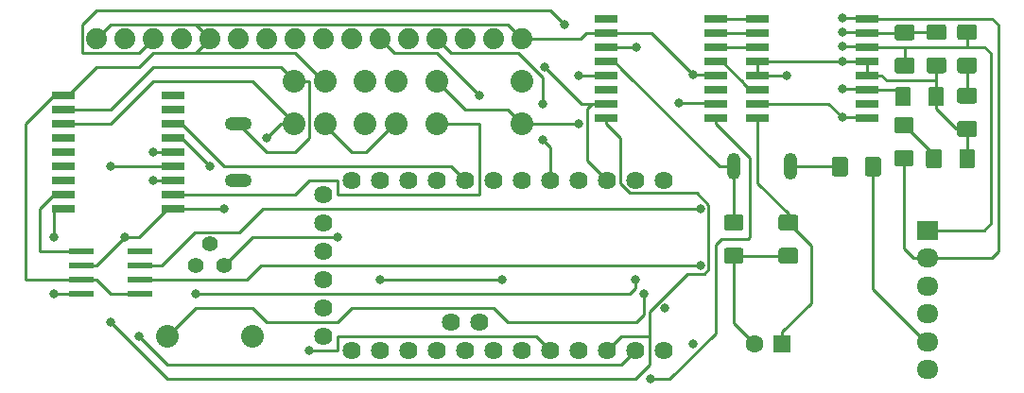
<source format=gbl>
G04 #@! TF.GenerationSoftware,KiCad,Pcbnew,(5.0.0)*
G04 #@! TF.CreationDate,2018-10-11T21:25:17+02:00*
G04 #@! TF.ProjectId,canbus,63616E6275732E6B696361645F706362,rev?*
G04 #@! TF.SameCoordinates,Original*
G04 #@! TF.FileFunction,Copper,L2,Bot,Signal*
G04 #@! TF.FilePolarity,Positive*
%FSLAX46Y46*%
G04 Gerber Fmt 4.6, Leading zero omitted, Abs format (unit mm)*
G04 Created by KiCad (PCBNEW (5.0.0)) date 10/11/18 21:25:17*
%MOMM*%
%LPD*%
G01*
G04 APERTURE LIST*
G04 #@! TA.AperFunction,ComponentPad*
%ADD10O,1.219200X2.438400*%
G04 #@! TD*
G04 #@! TA.AperFunction,ComponentPad*
%ADD11C,2.032000*%
G04 #@! TD*
G04 #@! TA.AperFunction,ComponentPad*
%ADD12C,1.625600*%
G04 #@! TD*
G04 #@! TA.AperFunction,Conductor*
%ADD13C,0.100000*%
G04 #@! TD*
G04 #@! TA.AperFunction,SMDPad,CuDef*
%ADD14C,1.425000*%
G04 #@! TD*
G04 #@! TA.AperFunction,ComponentPad*
%ADD15O,1.950000X1.700000*%
G04 #@! TD*
G04 #@! TA.AperFunction,ComponentPad*
%ADD16R,1.950000X1.700000*%
G04 #@! TD*
G04 #@! TA.AperFunction,ComponentPad*
%ADD17R,1.600000X1.600000*%
G04 #@! TD*
G04 #@! TA.AperFunction,ComponentPad*
%ADD18C,1.600000*%
G04 #@! TD*
G04 #@! TA.AperFunction,ComponentPad*
%ADD19O,2.438400X1.219200*%
G04 #@! TD*
G04 #@! TA.AperFunction,SMDPad,CuDef*
%ADD20R,2.032000X0.660400*%
G04 #@! TD*
G04 #@! TA.AperFunction,ComponentPad*
%ADD21C,1.879600*%
G04 #@! TD*
G04 #@! TA.AperFunction,ComponentPad*
%ADD22C,1.422400*%
G04 #@! TD*
G04 #@! TA.AperFunction,SMDPad,CuDef*
%ADD23R,2.209800X0.609600*%
G04 #@! TD*
G04 #@! TA.AperFunction,ViaPad*
%ADD24C,0.800000*%
G04 #@! TD*
G04 #@! TA.AperFunction,Conductor*
%ADD25C,0.250000*%
G04 #@! TD*
G04 APERTURE END LIST*
D10*
G04 #@! TO.P,VQ2,1*
G04 #@! TO.N,Net-(C12-Pad2)*
X178257200Y-101600000D03*
G04 #@! TO.P,VQ2,2*
G04 #@! TO.N,Net-(C11-Pad2)*
X173177200Y-101600000D03*
G04 #@! TD*
D11*
G04 #@! TO.P,R1,P$2*
G04 #@! TO.N,VCC*
X154236100Y-97743600D03*
G04 #@! TO.P,R1,P$1*
G04 #@! TO.N,Net-(IC1-Pad17)*
X146616100Y-97743600D03*
G04 #@! TD*
G04 #@! TO.P,R3,P$1*
G04 #@! TO.N,VCC*
X146616100Y-93933600D03*
G04 #@! TO.P,R3,P$2*
G04 #@! TO.N,Net-(IC1-Pad12)*
X154236100Y-93933600D03*
G04 #@! TD*
G04 #@! TO.P,C1,2*
G04 #@! TO.N,GND*
X142918100Y-97743600D03*
G04 #@! TO.P,C1,1*
G04 #@! TO.N,VCC*
X140124100Y-97743600D03*
G04 #@! TD*
G04 #@! TO.P,C2,1*
G04 #@! TO.N,Net-(C2-Pad1)*
X133774100Y-93933600D03*
G04 #@! TO.P,C2,2*
G04 #@! TO.N,GND*
X136568100Y-93933600D03*
G04 #@! TD*
G04 #@! TO.P,C3,2*
G04 #@! TO.N,GND*
X136568100Y-97743600D03*
G04 #@! TO.P,C3,1*
G04 #@! TO.N,Net-(C3-Pad1)*
X133774100Y-97743600D03*
G04 #@! TD*
G04 #@! TO.P,C4,1*
G04 #@! TO.N,VCC*
X140124100Y-93933600D03*
G04 #@! TO.P,C4,2*
G04 #@! TO.N,GND*
X142918100Y-93933600D03*
G04 #@! TD*
D12*
G04 #@! TO.P,U$2,D10*
G04 #@! TO.N,Net-(IC1-Pad16)*
X166921100Y-118063600D03*
G04 #@! TO.P,U$2,D11*
G04 #@! TO.N,/MOSI*
X164381100Y-118063600D03*
G04 #@! TO.P,U$2,D12*
G04 #@! TO.N,/MISO*
X161841100Y-118063600D03*
G04 #@! TO.P,U$2,D13*
G04 #@! TO.N,/SCLK*
X159301100Y-118063600D03*
G04 #@! TO.P,U$2,A0*
G04 #@! TO.N,/E*
X156761100Y-118063600D03*
G04 #@! TO.P,U$2,A1*
G04 #@! TO.N,Net-(U$2-PadA1)*
X154221100Y-118063600D03*
G04 #@! TO.P,U$2,A2*
G04 #@! TO.N,Net-(U$2-PadA2)*
X151681100Y-118063600D03*
G04 #@! TO.P,U$2,A4*
G04 #@! TO.N,Net-(U$2-PadA4)*
X150411100Y-115523600D03*
G04 #@! TO.P,U$2,A3*
G04 #@! TO.N,Net-(U$2-PadA3)*
X149141100Y-118063600D03*
G04 #@! TO.P,U$2,A5*
G04 #@! TO.N,Net-(U$2-PadA5)*
X147871100Y-115523600D03*
G04 #@! TO.P,U$2,VCC1*
G04 #@! TO.N,VCC*
X146601100Y-118063600D03*
G04 #@! TO.P,U$2,RST1*
G04 #@! TO.N,Net-(U$2-PadRST1)*
X144061100Y-118063600D03*
G04 #@! TO.P,U$2,GND1*
G04 #@! TO.N,GND*
X141521100Y-118063600D03*
G04 #@! TO.P,U$2,RAW*
G04 #@! TO.N,/+12V*
X138981100Y-118063600D03*
G04 #@! TO.P,U$2,GRN*
G04 #@! TO.N,Net-(U$2-PadGRN)*
X136441100Y-116793600D03*
G04 #@! TO.P,U$2,TXO2*
G04 #@! TO.N,N/C*
X136441100Y-114253600D03*
G04 #@! TO.P,U$2,RXI2*
X136441100Y-111713600D03*
G04 #@! TO.P,U$2,VCC2*
X136441100Y-109173600D03*
G04 #@! TO.P,U$2,GND3*
X136441100Y-106633600D03*
G04 #@! TO.P,U$2,BLK*
X136441100Y-104093600D03*
G04 #@! TO.P,U$2,TXO*
G04 #@! TO.N,Net-(U$2-PadTXO)*
X138981100Y-102823600D03*
G04 #@! TO.P,U$2,RXI*
G04 #@! TO.N,Net-(U$2-PadRXI)*
X141521100Y-102823600D03*
G04 #@! TO.P,U$2,RST2*
G04 #@! TO.N,N/C*
X144061100Y-102823600D03*
G04 #@! TO.P,U$2,GND2*
X146601100Y-102823600D03*
G04 #@! TO.P,U$2,D2*
G04 #@! TO.N,Net-(IC1-Pad12)*
X149141100Y-102823600D03*
G04 #@! TO.P,U$2,D3*
G04 #@! TO.N,/DB4*
X151681100Y-102823600D03*
G04 #@! TO.P,U$2,D4*
G04 #@! TO.N,/DB5*
X154221100Y-102823600D03*
G04 #@! TO.P,U$2,D5*
G04 #@! TO.N,/DB6*
X156761100Y-102823600D03*
G04 #@! TO.P,U$2,D6*
G04 #@! TO.N,/VO*
X159301100Y-102823600D03*
G04 #@! TO.P,U$2,D7*
G04 #@! TO.N,/CS_VAN*
X161841100Y-102823600D03*
G04 #@! TO.P,U$2,D8*
G04 #@! TO.N,/RS*
X164381100Y-102823600D03*
G04 #@! TO.P,U$2,D9*
G04 #@! TO.N,Net-(R2-PadP$1)*
X166921100Y-102823600D03*
G04 #@! TD*
D13*
G04 #@! TO.N,GND*
G04 #@! TO.C,C15*
G36*
X178703504Y-108878604D02*
X178727773Y-108882204D01*
X178751571Y-108888165D01*
X178774671Y-108896430D01*
X178796849Y-108906920D01*
X178817893Y-108919533D01*
X178837598Y-108934147D01*
X178855777Y-108950623D01*
X178872253Y-108968802D01*
X178886867Y-108988507D01*
X178899480Y-109009551D01*
X178909970Y-109031729D01*
X178918235Y-109054829D01*
X178924196Y-109078627D01*
X178927796Y-109102896D01*
X178929000Y-109127400D01*
X178929000Y-110052400D01*
X178927796Y-110076904D01*
X178924196Y-110101173D01*
X178918235Y-110124971D01*
X178909970Y-110148071D01*
X178899480Y-110170249D01*
X178886867Y-110191293D01*
X178872253Y-110210998D01*
X178855777Y-110229177D01*
X178837598Y-110245653D01*
X178817893Y-110260267D01*
X178796849Y-110272880D01*
X178774671Y-110283370D01*
X178751571Y-110291635D01*
X178727773Y-110297596D01*
X178703504Y-110301196D01*
X178679000Y-110302400D01*
X177429000Y-110302400D01*
X177404496Y-110301196D01*
X177380227Y-110297596D01*
X177356429Y-110291635D01*
X177333329Y-110283370D01*
X177311151Y-110272880D01*
X177290107Y-110260267D01*
X177270402Y-110245653D01*
X177252223Y-110229177D01*
X177235747Y-110210998D01*
X177221133Y-110191293D01*
X177208520Y-110170249D01*
X177198030Y-110148071D01*
X177189765Y-110124971D01*
X177183804Y-110101173D01*
X177180204Y-110076904D01*
X177179000Y-110052400D01*
X177179000Y-109127400D01*
X177180204Y-109102896D01*
X177183804Y-109078627D01*
X177189765Y-109054829D01*
X177198030Y-109031729D01*
X177208520Y-109009551D01*
X177221133Y-108988507D01*
X177235747Y-108968802D01*
X177252223Y-108950623D01*
X177270402Y-108934147D01*
X177290107Y-108919533D01*
X177311151Y-108906920D01*
X177333329Y-108896430D01*
X177356429Y-108888165D01*
X177380227Y-108882204D01*
X177404496Y-108878604D01*
X177429000Y-108877400D01*
X178679000Y-108877400D01*
X178703504Y-108878604D01*
X178703504Y-108878604D01*
G37*
D14*
G04 #@! TD*
G04 #@! TO.P,C15,2*
G04 #@! TO.N,GND*
X178054000Y-109589900D03*
D13*
G04 #@! TO.N,Net-(C14-Pad1)*
G04 #@! TO.C,C15*
G36*
X178703504Y-105903604D02*
X178727773Y-105907204D01*
X178751571Y-105913165D01*
X178774671Y-105921430D01*
X178796849Y-105931920D01*
X178817893Y-105944533D01*
X178837598Y-105959147D01*
X178855777Y-105975623D01*
X178872253Y-105993802D01*
X178886867Y-106013507D01*
X178899480Y-106034551D01*
X178909970Y-106056729D01*
X178918235Y-106079829D01*
X178924196Y-106103627D01*
X178927796Y-106127896D01*
X178929000Y-106152400D01*
X178929000Y-107077400D01*
X178927796Y-107101904D01*
X178924196Y-107126173D01*
X178918235Y-107149971D01*
X178909970Y-107173071D01*
X178899480Y-107195249D01*
X178886867Y-107216293D01*
X178872253Y-107235998D01*
X178855777Y-107254177D01*
X178837598Y-107270653D01*
X178817893Y-107285267D01*
X178796849Y-107297880D01*
X178774671Y-107308370D01*
X178751571Y-107316635D01*
X178727773Y-107322596D01*
X178703504Y-107326196D01*
X178679000Y-107327400D01*
X177429000Y-107327400D01*
X177404496Y-107326196D01*
X177380227Y-107322596D01*
X177356429Y-107316635D01*
X177333329Y-107308370D01*
X177311151Y-107297880D01*
X177290107Y-107285267D01*
X177270402Y-107270653D01*
X177252223Y-107254177D01*
X177235747Y-107235998D01*
X177221133Y-107216293D01*
X177208520Y-107195249D01*
X177198030Y-107173071D01*
X177189765Y-107149971D01*
X177183804Y-107126173D01*
X177180204Y-107101904D01*
X177179000Y-107077400D01*
X177179000Y-106152400D01*
X177180204Y-106127896D01*
X177183804Y-106103627D01*
X177189765Y-106079829D01*
X177198030Y-106056729D01*
X177208520Y-106034551D01*
X177221133Y-106013507D01*
X177235747Y-105993802D01*
X177252223Y-105975623D01*
X177270402Y-105959147D01*
X177290107Y-105944533D01*
X177311151Y-105931920D01*
X177333329Y-105921430D01*
X177356429Y-105913165D01*
X177380227Y-105907204D01*
X177404496Y-105903604D01*
X177429000Y-105902400D01*
X178679000Y-105902400D01*
X178703504Y-105903604D01*
X178703504Y-105903604D01*
G37*
D14*
G04 #@! TD*
G04 #@! TO.P,C15,1*
G04 #@! TO.N,Net-(C14-Pad1)*
X178054000Y-106614900D03*
D15*
G04 #@! TO.P,J2,6*
G04 #@! TO.N,/+12V*
X190500000Y-119815000D03*
G04 #@! TO.P,J2,5*
G04 #@! TO.N,GND*
X190500000Y-117315000D03*
G04 #@! TO.P,J2,4*
G04 #@! TO.N,/CANH*
X190500000Y-114815000D03*
G04 #@! TO.P,J2,3*
G04 #@! TO.N,/CANL*
X190500000Y-112315000D03*
G04 #@! TO.P,J2,2*
G04 #@! TO.N,/DATA*
X190500000Y-109815000D03*
D16*
G04 #@! TO.P,J2,1*
G04 #@! TO.N,/DATAB*
X190500000Y-107315000D03*
G04 #@! TD*
D17*
G04 #@! TO.P,C14,1*
G04 #@! TO.N,Net-(C14-Pad1)*
X177495200Y-117449600D03*
D18*
G04 #@! TO.P,C14,2*
G04 #@! TO.N,GND*
X174995200Y-117449600D03*
G04 #@! TD*
D13*
G04 #@! TO.N,Net-(C13-Pad1)*
G04 #@! TO.C,C13*
G36*
X194705504Y-94524404D02*
X194729773Y-94528004D01*
X194753571Y-94533965D01*
X194776671Y-94542230D01*
X194798849Y-94552720D01*
X194819893Y-94565333D01*
X194839598Y-94579947D01*
X194857777Y-94596423D01*
X194874253Y-94614602D01*
X194888867Y-94634307D01*
X194901480Y-94655351D01*
X194911970Y-94677529D01*
X194920235Y-94700629D01*
X194926196Y-94724427D01*
X194929796Y-94748696D01*
X194931000Y-94773200D01*
X194931000Y-95698200D01*
X194929796Y-95722704D01*
X194926196Y-95746973D01*
X194920235Y-95770771D01*
X194911970Y-95793871D01*
X194901480Y-95816049D01*
X194888867Y-95837093D01*
X194874253Y-95856798D01*
X194857777Y-95874977D01*
X194839598Y-95891453D01*
X194819893Y-95906067D01*
X194798849Y-95918680D01*
X194776671Y-95929170D01*
X194753571Y-95937435D01*
X194729773Y-95943396D01*
X194705504Y-95946996D01*
X194681000Y-95948200D01*
X193431000Y-95948200D01*
X193406496Y-95946996D01*
X193382227Y-95943396D01*
X193358429Y-95937435D01*
X193335329Y-95929170D01*
X193313151Y-95918680D01*
X193292107Y-95906067D01*
X193272402Y-95891453D01*
X193254223Y-95874977D01*
X193237747Y-95856798D01*
X193223133Y-95837093D01*
X193210520Y-95816049D01*
X193200030Y-95793871D01*
X193191765Y-95770771D01*
X193185804Y-95746973D01*
X193182204Y-95722704D01*
X193181000Y-95698200D01*
X193181000Y-94773200D01*
X193182204Y-94748696D01*
X193185804Y-94724427D01*
X193191765Y-94700629D01*
X193200030Y-94677529D01*
X193210520Y-94655351D01*
X193223133Y-94634307D01*
X193237747Y-94614602D01*
X193254223Y-94596423D01*
X193272402Y-94579947D01*
X193292107Y-94565333D01*
X193313151Y-94552720D01*
X193335329Y-94542230D01*
X193358429Y-94533965D01*
X193382227Y-94528004D01*
X193406496Y-94524404D01*
X193431000Y-94523200D01*
X194681000Y-94523200D01*
X194705504Y-94524404D01*
X194705504Y-94524404D01*
G37*
D14*
G04 #@! TD*
G04 #@! TO.P,C13,1*
G04 #@! TO.N,Net-(C13-Pad1)*
X194056000Y-95235700D03*
D13*
G04 #@! TO.N,GND*
G04 #@! TO.C,C13*
G36*
X194705504Y-97499404D02*
X194729773Y-97503004D01*
X194753571Y-97508965D01*
X194776671Y-97517230D01*
X194798849Y-97527720D01*
X194819893Y-97540333D01*
X194839598Y-97554947D01*
X194857777Y-97571423D01*
X194874253Y-97589602D01*
X194888867Y-97609307D01*
X194901480Y-97630351D01*
X194911970Y-97652529D01*
X194920235Y-97675629D01*
X194926196Y-97699427D01*
X194929796Y-97723696D01*
X194931000Y-97748200D01*
X194931000Y-98673200D01*
X194929796Y-98697704D01*
X194926196Y-98721973D01*
X194920235Y-98745771D01*
X194911970Y-98768871D01*
X194901480Y-98791049D01*
X194888867Y-98812093D01*
X194874253Y-98831798D01*
X194857777Y-98849977D01*
X194839598Y-98866453D01*
X194819893Y-98881067D01*
X194798849Y-98893680D01*
X194776671Y-98904170D01*
X194753571Y-98912435D01*
X194729773Y-98918396D01*
X194705504Y-98921996D01*
X194681000Y-98923200D01*
X193431000Y-98923200D01*
X193406496Y-98921996D01*
X193382227Y-98918396D01*
X193358429Y-98912435D01*
X193335329Y-98904170D01*
X193313151Y-98893680D01*
X193292107Y-98881067D01*
X193272402Y-98866453D01*
X193254223Y-98849977D01*
X193237747Y-98831798D01*
X193223133Y-98812093D01*
X193210520Y-98791049D01*
X193200030Y-98768871D01*
X193191765Y-98745771D01*
X193185804Y-98721973D01*
X193182204Y-98697704D01*
X193181000Y-98673200D01*
X193181000Y-97748200D01*
X193182204Y-97723696D01*
X193185804Y-97699427D01*
X193191765Y-97675629D01*
X193200030Y-97652529D01*
X193210520Y-97630351D01*
X193223133Y-97609307D01*
X193237747Y-97589602D01*
X193254223Y-97571423D01*
X193272402Y-97554947D01*
X193292107Y-97540333D01*
X193313151Y-97527720D01*
X193335329Y-97517230D01*
X193358429Y-97508965D01*
X193382227Y-97503004D01*
X193406496Y-97499404D01*
X193431000Y-97498200D01*
X194681000Y-97498200D01*
X194705504Y-97499404D01*
X194705504Y-97499404D01*
G37*
D14*
G04 #@! TD*
G04 #@! TO.P,C13,2*
G04 #@! TO.N,GND*
X194056000Y-98210700D03*
D13*
G04 #@! TO.N,Net-(C11-Pad2)*
G04 #@! TO.C,C11*
G36*
X173826704Y-105903604D02*
X173850973Y-105907204D01*
X173874771Y-105913165D01*
X173897871Y-105921430D01*
X173920049Y-105931920D01*
X173941093Y-105944533D01*
X173960798Y-105959147D01*
X173978977Y-105975623D01*
X173995453Y-105993802D01*
X174010067Y-106013507D01*
X174022680Y-106034551D01*
X174033170Y-106056729D01*
X174041435Y-106079829D01*
X174047396Y-106103627D01*
X174050996Y-106127896D01*
X174052200Y-106152400D01*
X174052200Y-107077400D01*
X174050996Y-107101904D01*
X174047396Y-107126173D01*
X174041435Y-107149971D01*
X174033170Y-107173071D01*
X174022680Y-107195249D01*
X174010067Y-107216293D01*
X173995453Y-107235998D01*
X173978977Y-107254177D01*
X173960798Y-107270653D01*
X173941093Y-107285267D01*
X173920049Y-107297880D01*
X173897871Y-107308370D01*
X173874771Y-107316635D01*
X173850973Y-107322596D01*
X173826704Y-107326196D01*
X173802200Y-107327400D01*
X172552200Y-107327400D01*
X172527696Y-107326196D01*
X172503427Y-107322596D01*
X172479629Y-107316635D01*
X172456529Y-107308370D01*
X172434351Y-107297880D01*
X172413307Y-107285267D01*
X172393602Y-107270653D01*
X172375423Y-107254177D01*
X172358947Y-107235998D01*
X172344333Y-107216293D01*
X172331720Y-107195249D01*
X172321230Y-107173071D01*
X172312965Y-107149971D01*
X172307004Y-107126173D01*
X172303404Y-107101904D01*
X172302200Y-107077400D01*
X172302200Y-106152400D01*
X172303404Y-106127896D01*
X172307004Y-106103627D01*
X172312965Y-106079829D01*
X172321230Y-106056729D01*
X172331720Y-106034551D01*
X172344333Y-106013507D01*
X172358947Y-105993802D01*
X172375423Y-105975623D01*
X172393602Y-105959147D01*
X172413307Y-105944533D01*
X172434351Y-105931920D01*
X172456529Y-105921430D01*
X172479629Y-105913165D01*
X172503427Y-105907204D01*
X172527696Y-105903604D01*
X172552200Y-105902400D01*
X173802200Y-105902400D01*
X173826704Y-105903604D01*
X173826704Y-105903604D01*
G37*
D14*
G04 #@! TD*
G04 #@! TO.P,C11,2*
G04 #@! TO.N,Net-(C11-Pad2)*
X173177200Y-106614900D03*
D13*
G04 #@! TO.N,GND*
G04 #@! TO.C,C11*
G36*
X173826704Y-108878604D02*
X173850973Y-108882204D01*
X173874771Y-108888165D01*
X173897871Y-108896430D01*
X173920049Y-108906920D01*
X173941093Y-108919533D01*
X173960798Y-108934147D01*
X173978977Y-108950623D01*
X173995453Y-108968802D01*
X174010067Y-108988507D01*
X174022680Y-109009551D01*
X174033170Y-109031729D01*
X174041435Y-109054829D01*
X174047396Y-109078627D01*
X174050996Y-109102896D01*
X174052200Y-109127400D01*
X174052200Y-110052400D01*
X174050996Y-110076904D01*
X174047396Y-110101173D01*
X174041435Y-110124971D01*
X174033170Y-110148071D01*
X174022680Y-110170249D01*
X174010067Y-110191293D01*
X173995453Y-110210998D01*
X173978977Y-110229177D01*
X173960798Y-110245653D01*
X173941093Y-110260267D01*
X173920049Y-110272880D01*
X173897871Y-110283370D01*
X173874771Y-110291635D01*
X173850973Y-110297596D01*
X173826704Y-110301196D01*
X173802200Y-110302400D01*
X172552200Y-110302400D01*
X172527696Y-110301196D01*
X172503427Y-110297596D01*
X172479629Y-110291635D01*
X172456529Y-110283370D01*
X172434351Y-110272880D01*
X172413307Y-110260267D01*
X172393602Y-110245653D01*
X172375423Y-110229177D01*
X172358947Y-110210998D01*
X172344333Y-110191293D01*
X172331720Y-110170249D01*
X172321230Y-110148071D01*
X172312965Y-110124971D01*
X172307004Y-110101173D01*
X172303404Y-110076904D01*
X172302200Y-110052400D01*
X172302200Y-109127400D01*
X172303404Y-109102896D01*
X172307004Y-109078627D01*
X172312965Y-109054829D01*
X172321230Y-109031729D01*
X172331720Y-109009551D01*
X172344333Y-108988507D01*
X172358947Y-108968802D01*
X172375423Y-108950623D01*
X172393602Y-108934147D01*
X172413307Y-108919533D01*
X172434351Y-108906920D01*
X172456529Y-108896430D01*
X172479629Y-108888165D01*
X172503427Y-108882204D01*
X172527696Y-108878604D01*
X172552200Y-108877400D01*
X173802200Y-108877400D01*
X173826704Y-108878604D01*
X173826704Y-108878604D01*
G37*
D14*
G04 #@! TD*
G04 #@! TO.P,C11,1*
G04 #@! TO.N,GND*
X173177200Y-109589900D03*
D13*
G04 #@! TO.N,GND*
G04 #@! TO.C,C12*
G36*
X186124504Y-100726204D02*
X186148773Y-100729804D01*
X186172571Y-100735765D01*
X186195671Y-100744030D01*
X186217849Y-100754520D01*
X186238893Y-100767133D01*
X186258598Y-100781747D01*
X186276777Y-100798223D01*
X186293253Y-100816402D01*
X186307867Y-100836107D01*
X186320480Y-100857151D01*
X186330970Y-100879329D01*
X186339235Y-100902429D01*
X186345196Y-100926227D01*
X186348796Y-100950496D01*
X186350000Y-100975000D01*
X186350000Y-102225000D01*
X186348796Y-102249504D01*
X186345196Y-102273773D01*
X186339235Y-102297571D01*
X186330970Y-102320671D01*
X186320480Y-102342849D01*
X186307867Y-102363893D01*
X186293253Y-102383598D01*
X186276777Y-102401777D01*
X186258598Y-102418253D01*
X186238893Y-102432867D01*
X186217849Y-102445480D01*
X186195671Y-102455970D01*
X186172571Y-102464235D01*
X186148773Y-102470196D01*
X186124504Y-102473796D01*
X186100000Y-102475000D01*
X185175000Y-102475000D01*
X185150496Y-102473796D01*
X185126227Y-102470196D01*
X185102429Y-102464235D01*
X185079329Y-102455970D01*
X185057151Y-102445480D01*
X185036107Y-102432867D01*
X185016402Y-102418253D01*
X184998223Y-102401777D01*
X184981747Y-102383598D01*
X184967133Y-102363893D01*
X184954520Y-102342849D01*
X184944030Y-102320671D01*
X184935765Y-102297571D01*
X184929804Y-102273773D01*
X184926204Y-102249504D01*
X184925000Y-102225000D01*
X184925000Y-100975000D01*
X184926204Y-100950496D01*
X184929804Y-100926227D01*
X184935765Y-100902429D01*
X184944030Y-100879329D01*
X184954520Y-100857151D01*
X184967133Y-100836107D01*
X184981747Y-100816402D01*
X184998223Y-100798223D01*
X185016402Y-100781747D01*
X185036107Y-100767133D01*
X185057151Y-100754520D01*
X185079329Y-100744030D01*
X185102429Y-100735765D01*
X185126227Y-100729804D01*
X185150496Y-100726204D01*
X185175000Y-100725000D01*
X186100000Y-100725000D01*
X186124504Y-100726204D01*
X186124504Y-100726204D01*
G37*
D14*
G04 #@! TD*
G04 #@! TO.P,C12,1*
G04 #@! TO.N,GND*
X185637500Y-101600000D03*
D13*
G04 #@! TO.N,Net-(C12-Pad2)*
G04 #@! TO.C,C12*
G36*
X183149504Y-100726204D02*
X183173773Y-100729804D01*
X183197571Y-100735765D01*
X183220671Y-100744030D01*
X183242849Y-100754520D01*
X183263893Y-100767133D01*
X183283598Y-100781747D01*
X183301777Y-100798223D01*
X183318253Y-100816402D01*
X183332867Y-100836107D01*
X183345480Y-100857151D01*
X183355970Y-100879329D01*
X183364235Y-100902429D01*
X183370196Y-100926227D01*
X183373796Y-100950496D01*
X183375000Y-100975000D01*
X183375000Y-102225000D01*
X183373796Y-102249504D01*
X183370196Y-102273773D01*
X183364235Y-102297571D01*
X183355970Y-102320671D01*
X183345480Y-102342849D01*
X183332867Y-102363893D01*
X183318253Y-102383598D01*
X183301777Y-102401777D01*
X183283598Y-102418253D01*
X183263893Y-102432867D01*
X183242849Y-102445480D01*
X183220671Y-102455970D01*
X183197571Y-102464235D01*
X183173773Y-102470196D01*
X183149504Y-102473796D01*
X183125000Y-102475000D01*
X182200000Y-102475000D01*
X182175496Y-102473796D01*
X182151227Y-102470196D01*
X182127429Y-102464235D01*
X182104329Y-102455970D01*
X182082151Y-102445480D01*
X182061107Y-102432867D01*
X182041402Y-102418253D01*
X182023223Y-102401777D01*
X182006747Y-102383598D01*
X181992133Y-102363893D01*
X181979520Y-102342849D01*
X181969030Y-102320671D01*
X181960765Y-102297571D01*
X181954804Y-102273773D01*
X181951204Y-102249504D01*
X181950000Y-102225000D01*
X181950000Y-100975000D01*
X181951204Y-100950496D01*
X181954804Y-100926227D01*
X181960765Y-100902429D01*
X181969030Y-100879329D01*
X181979520Y-100857151D01*
X181992133Y-100836107D01*
X182006747Y-100816402D01*
X182023223Y-100798223D01*
X182041402Y-100781747D01*
X182061107Y-100767133D01*
X182082151Y-100754520D01*
X182104329Y-100744030D01*
X182127429Y-100735765D01*
X182151227Y-100729804D01*
X182175496Y-100726204D01*
X182200000Y-100725000D01*
X183125000Y-100725000D01*
X183149504Y-100726204D01*
X183149504Y-100726204D01*
G37*
D14*
G04 #@! TD*
G04 #@! TO.P,C12,2*
G04 #@! TO.N,Net-(C12-Pad2)*
X182662500Y-101600000D03*
D13*
G04 #@! TO.N,Net-(C9-Pad2)*
G04 #@! TO.C,C9*
G36*
X191582304Y-100015004D02*
X191606573Y-100018604D01*
X191630371Y-100024565D01*
X191653471Y-100032830D01*
X191675649Y-100043320D01*
X191696693Y-100055933D01*
X191716398Y-100070547D01*
X191734577Y-100087023D01*
X191751053Y-100105202D01*
X191765667Y-100124907D01*
X191778280Y-100145951D01*
X191788770Y-100168129D01*
X191797035Y-100191229D01*
X191802996Y-100215027D01*
X191806596Y-100239296D01*
X191807800Y-100263800D01*
X191807800Y-101513800D01*
X191806596Y-101538304D01*
X191802996Y-101562573D01*
X191797035Y-101586371D01*
X191788770Y-101609471D01*
X191778280Y-101631649D01*
X191765667Y-101652693D01*
X191751053Y-101672398D01*
X191734577Y-101690577D01*
X191716398Y-101707053D01*
X191696693Y-101721667D01*
X191675649Y-101734280D01*
X191653471Y-101744770D01*
X191630371Y-101753035D01*
X191606573Y-101758996D01*
X191582304Y-101762596D01*
X191557800Y-101763800D01*
X190632800Y-101763800D01*
X190608296Y-101762596D01*
X190584027Y-101758996D01*
X190560229Y-101753035D01*
X190537129Y-101744770D01*
X190514951Y-101734280D01*
X190493907Y-101721667D01*
X190474202Y-101707053D01*
X190456023Y-101690577D01*
X190439547Y-101672398D01*
X190424933Y-101652693D01*
X190412320Y-101631649D01*
X190401830Y-101609471D01*
X190393565Y-101586371D01*
X190387604Y-101562573D01*
X190384004Y-101538304D01*
X190382800Y-101513800D01*
X190382800Y-100263800D01*
X190384004Y-100239296D01*
X190387604Y-100215027D01*
X190393565Y-100191229D01*
X190401830Y-100168129D01*
X190412320Y-100145951D01*
X190424933Y-100124907D01*
X190439547Y-100105202D01*
X190456023Y-100087023D01*
X190474202Y-100070547D01*
X190493907Y-100055933D01*
X190514951Y-100043320D01*
X190537129Y-100032830D01*
X190560229Y-100024565D01*
X190584027Y-100018604D01*
X190608296Y-100015004D01*
X190632800Y-100013800D01*
X191557800Y-100013800D01*
X191582304Y-100015004D01*
X191582304Y-100015004D01*
G37*
D14*
G04 #@! TD*
G04 #@! TO.P,C9,2*
G04 #@! TO.N,Net-(C9-Pad2)*
X191095300Y-100888800D03*
D13*
G04 #@! TO.N,GND*
G04 #@! TO.C,C9*
G36*
X194557304Y-100015004D02*
X194581573Y-100018604D01*
X194605371Y-100024565D01*
X194628471Y-100032830D01*
X194650649Y-100043320D01*
X194671693Y-100055933D01*
X194691398Y-100070547D01*
X194709577Y-100087023D01*
X194726053Y-100105202D01*
X194740667Y-100124907D01*
X194753280Y-100145951D01*
X194763770Y-100168129D01*
X194772035Y-100191229D01*
X194777996Y-100215027D01*
X194781596Y-100239296D01*
X194782800Y-100263800D01*
X194782800Y-101513800D01*
X194781596Y-101538304D01*
X194777996Y-101562573D01*
X194772035Y-101586371D01*
X194763770Y-101609471D01*
X194753280Y-101631649D01*
X194740667Y-101652693D01*
X194726053Y-101672398D01*
X194709577Y-101690577D01*
X194691398Y-101707053D01*
X194671693Y-101721667D01*
X194650649Y-101734280D01*
X194628471Y-101744770D01*
X194605371Y-101753035D01*
X194581573Y-101758996D01*
X194557304Y-101762596D01*
X194532800Y-101763800D01*
X193607800Y-101763800D01*
X193583296Y-101762596D01*
X193559027Y-101758996D01*
X193535229Y-101753035D01*
X193512129Y-101744770D01*
X193489951Y-101734280D01*
X193468907Y-101721667D01*
X193449202Y-101707053D01*
X193431023Y-101690577D01*
X193414547Y-101672398D01*
X193399933Y-101652693D01*
X193387320Y-101631649D01*
X193376830Y-101609471D01*
X193368565Y-101586371D01*
X193362604Y-101562573D01*
X193359004Y-101538304D01*
X193357800Y-101513800D01*
X193357800Y-100263800D01*
X193359004Y-100239296D01*
X193362604Y-100215027D01*
X193368565Y-100191229D01*
X193376830Y-100168129D01*
X193387320Y-100145951D01*
X193399933Y-100124907D01*
X193414547Y-100105202D01*
X193431023Y-100087023D01*
X193449202Y-100070547D01*
X193468907Y-100055933D01*
X193489951Y-100043320D01*
X193512129Y-100032830D01*
X193535229Y-100024565D01*
X193559027Y-100018604D01*
X193583296Y-100015004D01*
X193607800Y-100013800D01*
X194532800Y-100013800D01*
X194557304Y-100015004D01*
X194557304Y-100015004D01*
G37*
D14*
G04 #@! TD*
G04 #@! TO.P,C9,1*
G04 #@! TO.N,GND*
X194070300Y-100888800D03*
D13*
G04 #@! TO.N,Net-(C10-Pad2)*
G04 #@! TO.C,C10*
G36*
X191962304Y-88834804D02*
X191986573Y-88838404D01*
X192010371Y-88844365D01*
X192033471Y-88852630D01*
X192055649Y-88863120D01*
X192076693Y-88875733D01*
X192096398Y-88890347D01*
X192114577Y-88906823D01*
X192131053Y-88925002D01*
X192145667Y-88944707D01*
X192158280Y-88965751D01*
X192168770Y-88987929D01*
X192177035Y-89011029D01*
X192182996Y-89034827D01*
X192186596Y-89059096D01*
X192187800Y-89083600D01*
X192187800Y-90008600D01*
X192186596Y-90033104D01*
X192182996Y-90057373D01*
X192177035Y-90081171D01*
X192168770Y-90104271D01*
X192158280Y-90126449D01*
X192145667Y-90147493D01*
X192131053Y-90167198D01*
X192114577Y-90185377D01*
X192096398Y-90201853D01*
X192076693Y-90216467D01*
X192055649Y-90229080D01*
X192033471Y-90239570D01*
X192010371Y-90247835D01*
X191986573Y-90253796D01*
X191962304Y-90257396D01*
X191937800Y-90258600D01*
X190687800Y-90258600D01*
X190663296Y-90257396D01*
X190639027Y-90253796D01*
X190615229Y-90247835D01*
X190592129Y-90239570D01*
X190569951Y-90229080D01*
X190548907Y-90216467D01*
X190529202Y-90201853D01*
X190511023Y-90185377D01*
X190494547Y-90167198D01*
X190479933Y-90147493D01*
X190467320Y-90126449D01*
X190456830Y-90104271D01*
X190448565Y-90081171D01*
X190442604Y-90057373D01*
X190439004Y-90033104D01*
X190437800Y-90008600D01*
X190437800Y-89083600D01*
X190439004Y-89059096D01*
X190442604Y-89034827D01*
X190448565Y-89011029D01*
X190456830Y-88987929D01*
X190467320Y-88965751D01*
X190479933Y-88944707D01*
X190494547Y-88925002D01*
X190511023Y-88906823D01*
X190529202Y-88890347D01*
X190548907Y-88875733D01*
X190569951Y-88863120D01*
X190592129Y-88852630D01*
X190615229Y-88844365D01*
X190639027Y-88838404D01*
X190663296Y-88834804D01*
X190687800Y-88833600D01*
X191937800Y-88833600D01*
X191962304Y-88834804D01*
X191962304Y-88834804D01*
G37*
D14*
G04 #@! TD*
G04 #@! TO.P,C10,2*
G04 #@! TO.N,Net-(C10-Pad2)*
X191312800Y-89546100D03*
D13*
G04 #@! TO.N,GND*
G04 #@! TO.C,C10*
G36*
X191962304Y-91809804D02*
X191986573Y-91813404D01*
X192010371Y-91819365D01*
X192033471Y-91827630D01*
X192055649Y-91838120D01*
X192076693Y-91850733D01*
X192096398Y-91865347D01*
X192114577Y-91881823D01*
X192131053Y-91900002D01*
X192145667Y-91919707D01*
X192158280Y-91940751D01*
X192168770Y-91962929D01*
X192177035Y-91986029D01*
X192182996Y-92009827D01*
X192186596Y-92034096D01*
X192187800Y-92058600D01*
X192187800Y-92983600D01*
X192186596Y-93008104D01*
X192182996Y-93032373D01*
X192177035Y-93056171D01*
X192168770Y-93079271D01*
X192158280Y-93101449D01*
X192145667Y-93122493D01*
X192131053Y-93142198D01*
X192114577Y-93160377D01*
X192096398Y-93176853D01*
X192076693Y-93191467D01*
X192055649Y-93204080D01*
X192033471Y-93214570D01*
X192010371Y-93222835D01*
X191986573Y-93228796D01*
X191962304Y-93232396D01*
X191937800Y-93233600D01*
X190687800Y-93233600D01*
X190663296Y-93232396D01*
X190639027Y-93228796D01*
X190615229Y-93222835D01*
X190592129Y-93214570D01*
X190569951Y-93204080D01*
X190548907Y-93191467D01*
X190529202Y-93176853D01*
X190511023Y-93160377D01*
X190494547Y-93142198D01*
X190479933Y-93122493D01*
X190467320Y-93101449D01*
X190456830Y-93079271D01*
X190448565Y-93056171D01*
X190442604Y-93032373D01*
X190439004Y-93008104D01*
X190437800Y-92983600D01*
X190437800Y-92058600D01*
X190439004Y-92034096D01*
X190442604Y-92009827D01*
X190448565Y-91986029D01*
X190456830Y-91962929D01*
X190467320Y-91940751D01*
X190479933Y-91919707D01*
X190494547Y-91900002D01*
X190511023Y-91881823D01*
X190529202Y-91865347D01*
X190548907Y-91850733D01*
X190569951Y-91838120D01*
X190592129Y-91827630D01*
X190615229Y-91819365D01*
X190639027Y-91813404D01*
X190663296Y-91809804D01*
X190687800Y-91808600D01*
X191937800Y-91808600D01*
X191962304Y-91809804D01*
X191962304Y-91809804D01*
G37*
D14*
G04 #@! TD*
G04 #@! TO.P,C10,1*
G04 #@! TO.N,GND*
X191312800Y-92521100D03*
D19*
G04 #@! TO.P,Q1,2*
G04 #@! TO.N,Net-(C2-Pad1)*
X128821100Y-97743600D03*
G04 #@! TO.P,Q1,1*
G04 #@! TO.N,Net-(C3-Pad1)*
X128821100Y-102823600D03*
G04 #@! TD*
D20*
G04 #@! TO.P,IC1,9*
G04 #@! TO.N,GND*
X113123900Y-95203600D03*
G04 #@! TO.P,IC1,10*
G04 #@! TO.N,Net-(IC1-Pad10)*
X122928300Y-95203600D03*
G04 #@! TO.P,IC1,18*
G04 #@! TO.N,VCC*
X122928300Y-105363600D03*
G04 #@! TO.P,IC1,17*
G04 #@! TO.N,Net-(IC1-Pad17)*
X122928300Y-104093600D03*
G04 #@! TO.P,IC1,16*
G04 #@! TO.N,Net-(IC1-Pad16)*
X122928300Y-102823600D03*
G04 #@! TO.P,IC1,15*
G04 #@! TO.N,/MISO*
X122928300Y-101553600D03*
G04 #@! TO.P,IC1,14*
G04 #@! TO.N,/MOSI*
X122928300Y-100283600D03*
G04 #@! TO.P,IC1,13*
G04 #@! TO.N,/SCLK*
X122928300Y-99013600D03*
G04 #@! TO.P,IC1,12*
G04 #@! TO.N,Net-(IC1-Pad12)*
X122928300Y-97743600D03*
G04 #@! TO.P,IC1,11*
G04 #@! TO.N,Net-(IC1-Pad11)*
X122928300Y-96473600D03*
G04 #@! TO.P,IC1,8*
G04 #@! TO.N,Net-(C2-Pad1)*
X113123900Y-96473600D03*
G04 #@! TO.P,IC1,7*
G04 #@! TO.N,Net-(C3-Pad1)*
X113123900Y-97743600D03*
G04 #@! TO.P,IC1,6*
G04 #@! TO.N,Net-(IC1-Pad6)*
X113123900Y-99013600D03*
G04 #@! TO.P,IC1,5*
G04 #@! TO.N,Net-(IC1-Pad5)*
X113123900Y-100283600D03*
G04 #@! TO.P,IC1,4*
G04 #@! TO.N,Net-(IC1-Pad4)*
X113123900Y-101553600D03*
G04 #@! TO.P,IC1,3*
G04 #@! TO.N,Net-(IC1-Pad3)*
X113123900Y-102823600D03*
G04 #@! TO.P,IC1,2*
G04 #@! TO.N,Net-(IC1-Pad2)*
X113123900Y-104093600D03*
G04 #@! TO.P,IC1,1*
G04 #@! TO.N,Net-(IC1-Pad1)*
X113123900Y-105363600D03*
G04 #@! TD*
D21*
G04 #@! TO.P,LCD1,1*
G04 #@! TO.N,GND*
X116121100Y-90123600D03*
G04 #@! TO.P,LCD1,2*
G04 #@! TO.N,VCC*
X118661100Y-90123600D03*
G04 #@! TO.P,LCD1,3*
G04 #@! TO.N,/VO*
X121201100Y-90123600D03*
G04 #@! TO.P,LCD1,4*
G04 #@! TO.N,/RS*
X123741100Y-90123600D03*
G04 #@! TO.P,LCD1,5*
G04 #@! TO.N,GND*
X126281100Y-90123600D03*
G04 #@! TO.P,LCD1,6*
G04 #@! TO.N,/E*
X128821100Y-90123600D03*
G04 #@! TO.P,LCD1,7*
G04 #@! TO.N,Net-(LCD1-Pad7)*
X131361100Y-90123600D03*
G04 #@! TO.P,LCD1,8*
G04 #@! TO.N,Net-(LCD1-Pad8)*
X133901100Y-90123600D03*
G04 #@! TO.P,LCD1,9*
G04 #@! TO.N,Net-(LCD1-Pad9)*
X136441100Y-90123600D03*
G04 #@! TO.P,LCD1,10*
G04 #@! TO.N,Net-(LCD1-Pad10)*
X138981100Y-90123600D03*
G04 #@! TO.P,LCD1,11*
G04 #@! TO.N,/DB4*
X141521100Y-90123600D03*
G04 #@! TO.P,LCD1,12*
G04 #@! TO.N,/DB5*
X144061100Y-90123600D03*
G04 #@! TO.P,LCD1,13*
G04 #@! TO.N,/DB6*
X146601100Y-90123600D03*
G04 #@! TO.P,LCD1,14*
G04 #@! TO.N,/CS_VAN*
X149141100Y-90123600D03*
G04 #@! TO.P,LCD1,15*
G04 #@! TO.N,/LED+*
X151681100Y-90123600D03*
G04 #@! TO.P,LCD1,16*
G04 #@! TO.N,GND*
X154221100Y-90123600D03*
G04 #@! TD*
D11*
G04 #@! TO.P,R2,P$2*
G04 #@! TO.N,Net-(Q2-Pad2)*
X130091100Y-116793600D03*
G04 #@! TO.P,R2,P$1*
G04 #@! TO.N,Net-(R2-PadP$1)*
X122471100Y-116793600D03*
G04 #@! TD*
D22*
G04 #@! TO.P,Q2,3*
G04 #@! TO.N,VCC*
X127551100Y-110443600D03*
G04 #@! TO.P,Q2,2*
G04 #@! TO.N,Net-(Q2-Pad2)*
X126281100Y-108538600D03*
G04 #@! TO.P,Q2,1*
G04 #@! TO.N,/LED+*
X125011100Y-110443600D03*
G04 #@! TD*
D23*
G04 #@! TO.P,U1,8*
G04 #@! TO.N,GND*
X120007300Y-112983600D03*
G04 #@! TO.P,U1,7*
G04 #@! TO.N,/CANH*
X120007300Y-111713600D03*
G04 #@! TO.P,U1,6*
G04 #@! TO.N,/CANL*
X120007300Y-110443600D03*
G04 #@! TO.P,U1,5*
G04 #@! TO.N,Net-(U1-Pad5)*
X120007300Y-109173600D03*
G04 #@! TO.P,U1,4*
G04 #@! TO.N,Net-(IC1-Pad2)*
X114774900Y-109173600D03*
G04 #@! TO.P,U1,3*
G04 #@! TO.N,VCC*
X114774900Y-110443600D03*
G04 #@! TO.P,U1,2*
G04 #@! TO.N,GND*
X114774900Y-111713600D03*
G04 #@! TO.P,U1,1*
G04 #@! TO.N,Net-(IC1-Pad1)*
X114774900Y-112983600D03*
G04 #@! TD*
D13*
G04 #@! TO.N,Net-(C9-Pad2)*
G04 #@! TO.C,R6*
G36*
X189066704Y-97166004D02*
X189090973Y-97169604D01*
X189114771Y-97175565D01*
X189137871Y-97183830D01*
X189160049Y-97194320D01*
X189181093Y-97206933D01*
X189200798Y-97221547D01*
X189218977Y-97238023D01*
X189235453Y-97256202D01*
X189250067Y-97275907D01*
X189262680Y-97296951D01*
X189273170Y-97319129D01*
X189281435Y-97342229D01*
X189287396Y-97366027D01*
X189290996Y-97390296D01*
X189292200Y-97414800D01*
X189292200Y-98339800D01*
X189290996Y-98364304D01*
X189287396Y-98388573D01*
X189281435Y-98412371D01*
X189273170Y-98435471D01*
X189262680Y-98457649D01*
X189250067Y-98478693D01*
X189235453Y-98498398D01*
X189218977Y-98516577D01*
X189200798Y-98533053D01*
X189181093Y-98547667D01*
X189160049Y-98560280D01*
X189137871Y-98570770D01*
X189114771Y-98579035D01*
X189090973Y-98584996D01*
X189066704Y-98588596D01*
X189042200Y-98589800D01*
X187792200Y-98589800D01*
X187767696Y-98588596D01*
X187743427Y-98584996D01*
X187719629Y-98579035D01*
X187696529Y-98570770D01*
X187674351Y-98560280D01*
X187653307Y-98547667D01*
X187633602Y-98533053D01*
X187615423Y-98516577D01*
X187598947Y-98498398D01*
X187584333Y-98478693D01*
X187571720Y-98457649D01*
X187561230Y-98435471D01*
X187552965Y-98412371D01*
X187547004Y-98388573D01*
X187543404Y-98364304D01*
X187542200Y-98339800D01*
X187542200Y-97414800D01*
X187543404Y-97390296D01*
X187547004Y-97366027D01*
X187552965Y-97342229D01*
X187561230Y-97319129D01*
X187571720Y-97296951D01*
X187584333Y-97275907D01*
X187598947Y-97256202D01*
X187615423Y-97238023D01*
X187633602Y-97221547D01*
X187653307Y-97206933D01*
X187674351Y-97194320D01*
X187696529Y-97183830D01*
X187719629Y-97175565D01*
X187743427Y-97169604D01*
X187767696Y-97166004D01*
X187792200Y-97164800D01*
X189042200Y-97164800D01*
X189066704Y-97166004D01*
X189066704Y-97166004D01*
G37*
D14*
G04 #@! TD*
G04 #@! TO.P,R6,2*
G04 #@! TO.N,Net-(C9-Pad2)*
X188417200Y-97877300D03*
D13*
G04 #@! TO.N,/DATA*
G04 #@! TO.C,R6*
G36*
X189066704Y-100141004D02*
X189090973Y-100144604D01*
X189114771Y-100150565D01*
X189137871Y-100158830D01*
X189160049Y-100169320D01*
X189181093Y-100181933D01*
X189200798Y-100196547D01*
X189218977Y-100213023D01*
X189235453Y-100231202D01*
X189250067Y-100250907D01*
X189262680Y-100271951D01*
X189273170Y-100294129D01*
X189281435Y-100317229D01*
X189287396Y-100341027D01*
X189290996Y-100365296D01*
X189292200Y-100389800D01*
X189292200Y-101314800D01*
X189290996Y-101339304D01*
X189287396Y-101363573D01*
X189281435Y-101387371D01*
X189273170Y-101410471D01*
X189262680Y-101432649D01*
X189250067Y-101453693D01*
X189235453Y-101473398D01*
X189218977Y-101491577D01*
X189200798Y-101508053D01*
X189181093Y-101522667D01*
X189160049Y-101535280D01*
X189137871Y-101545770D01*
X189114771Y-101554035D01*
X189090973Y-101559996D01*
X189066704Y-101563596D01*
X189042200Y-101564800D01*
X187792200Y-101564800D01*
X187767696Y-101563596D01*
X187743427Y-101559996D01*
X187719629Y-101554035D01*
X187696529Y-101545770D01*
X187674351Y-101535280D01*
X187653307Y-101522667D01*
X187633602Y-101508053D01*
X187615423Y-101491577D01*
X187598947Y-101473398D01*
X187584333Y-101453693D01*
X187571720Y-101432649D01*
X187561230Y-101410471D01*
X187552965Y-101387371D01*
X187547004Y-101363573D01*
X187543404Y-101339304D01*
X187542200Y-101314800D01*
X187542200Y-100389800D01*
X187543404Y-100365296D01*
X187547004Y-100341027D01*
X187552965Y-100317229D01*
X187561230Y-100294129D01*
X187571720Y-100271951D01*
X187584333Y-100250907D01*
X187598947Y-100231202D01*
X187615423Y-100213023D01*
X187633602Y-100196547D01*
X187653307Y-100181933D01*
X187674351Y-100169320D01*
X187696529Y-100158830D01*
X187719629Y-100150565D01*
X187743427Y-100144604D01*
X187767696Y-100141004D01*
X187792200Y-100139800D01*
X189042200Y-100139800D01*
X189066704Y-100141004D01*
X189066704Y-100141004D01*
G37*
D14*
G04 #@! TD*
G04 #@! TO.P,R6,1*
G04 #@! TO.N,/DATA*
X188417200Y-100852300D03*
D13*
G04 #@! TO.N,Net-(C13-Pad1)*
G04 #@! TO.C,R7*
G36*
X194705504Y-91809804D02*
X194729773Y-91813404D01*
X194753571Y-91819365D01*
X194776671Y-91827630D01*
X194798849Y-91838120D01*
X194819893Y-91850733D01*
X194839598Y-91865347D01*
X194857777Y-91881823D01*
X194874253Y-91900002D01*
X194888867Y-91919707D01*
X194901480Y-91940751D01*
X194911970Y-91962929D01*
X194920235Y-91986029D01*
X194926196Y-92009827D01*
X194929796Y-92034096D01*
X194931000Y-92058600D01*
X194931000Y-92983600D01*
X194929796Y-93008104D01*
X194926196Y-93032373D01*
X194920235Y-93056171D01*
X194911970Y-93079271D01*
X194901480Y-93101449D01*
X194888867Y-93122493D01*
X194874253Y-93142198D01*
X194857777Y-93160377D01*
X194839598Y-93176853D01*
X194819893Y-93191467D01*
X194798849Y-93204080D01*
X194776671Y-93214570D01*
X194753571Y-93222835D01*
X194729773Y-93228796D01*
X194705504Y-93232396D01*
X194681000Y-93233600D01*
X193431000Y-93233600D01*
X193406496Y-93232396D01*
X193382227Y-93228796D01*
X193358429Y-93222835D01*
X193335329Y-93214570D01*
X193313151Y-93204080D01*
X193292107Y-93191467D01*
X193272402Y-93176853D01*
X193254223Y-93160377D01*
X193237747Y-93142198D01*
X193223133Y-93122493D01*
X193210520Y-93101449D01*
X193200030Y-93079271D01*
X193191765Y-93056171D01*
X193185804Y-93032373D01*
X193182204Y-93008104D01*
X193181000Y-92983600D01*
X193181000Y-92058600D01*
X193182204Y-92034096D01*
X193185804Y-92009827D01*
X193191765Y-91986029D01*
X193200030Y-91962929D01*
X193210520Y-91940751D01*
X193223133Y-91919707D01*
X193237747Y-91900002D01*
X193254223Y-91881823D01*
X193272402Y-91865347D01*
X193292107Y-91850733D01*
X193313151Y-91838120D01*
X193335329Y-91827630D01*
X193358429Y-91819365D01*
X193382227Y-91813404D01*
X193406496Y-91809804D01*
X193431000Y-91808600D01*
X194681000Y-91808600D01*
X194705504Y-91809804D01*
X194705504Y-91809804D01*
G37*
D14*
G04 #@! TD*
G04 #@! TO.P,R7,2*
G04 #@! TO.N,Net-(C13-Pad1)*
X194056000Y-92521100D03*
D13*
G04 #@! TO.N,/DATAB*
G04 #@! TO.C,R7*
G36*
X194705504Y-88834804D02*
X194729773Y-88838404D01*
X194753571Y-88844365D01*
X194776671Y-88852630D01*
X194798849Y-88863120D01*
X194819893Y-88875733D01*
X194839598Y-88890347D01*
X194857777Y-88906823D01*
X194874253Y-88925002D01*
X194888867Y-88944707D01*
X194901480Y-88965751D01*
X194911970Y-88987929D01*
X194920235Y-89011029D01*
X194926196Y-89034827D01*
X194929796Y-89059096D01*
X194931000Y-89083600D01*
X194931000Y-90008600D01*
X194929796Y-90033104D01*
X194926196Y-90057373D01*
X194920235Y-90081171D01*
X194911970Y-90104271D01*
X194901480Y-90126449D01*
X194888867Y-90147493D01*
X194874253Y-90167198D01*
X194857777Y-90185377D01*
X194839598Y-90201853D01*
X194819893Y-90216467D01*
X194798849Y-90229080D01*
X194776671Y-90239570D01*
X194753571Y-90247835D01*
X194729773Y-90253796D01*
X194705504Y-90257396D01*
X194681000Y-90258600D01*
X193431000Y-90258600D01*
X193406496Y-90257396D01*
X193382227Y-90253796D01*
X193358429Y-90247835D01*
X193335329Y-90239570D01*
X193313151Y-90229080D01*
X193292107Y-90216467D01*
X193272402Y-90201853D01*
X193254223Y-90185377D01*
X193237747Y-90167198D01*
X193223133Y-90147493D01*
X193210520Y-90126449D01*
X193200030Y-90104271D01*
X193191765Y-90081171D01*
X193185804Y-90057373D01*
X193182204Y-90033104D01*
X193181000Y-90008600D01*
X193181000Y-89083600D01*
X193182204Y-89059096D01*
X193185804Y-89034827D01*
X193191765Y-89011029D01*
X193200030Y-88987929D01*
X193210520Y-88965751D01*
X193223133Y-88944707D01*
X193237747Y-88925002D01*
X193254223Y-88906823D01*
X193272402Y-88890347D01*
X193292107Y-88875733D01*
X193313151Y-88863120D01*
X193335329Y-88852630D01*
X193358429Y-88844365D01*
X193382227Y-88838404D01*
X193406496Y-88834804D01*
X193431000Y-88833600D01*
X194681000Y-88833600D01*
X194705504Y-88834804D01*
X194705504Y-88834804D01*
G37*
D14*
G04 #@! TD*
G04 #@! TO.P,R7,1*
G04 #@! TO.N,/DATAB*
X194056000Y-89546100D03*
D13*
G04 #@! TO.N,GND*
G04 #@! TO.C,R10*
G36*
X191776004Y-94439704D02*
X191800273Y-94443304D01*
X191824071Y-94449265D01*
X191847171Y-94457530D01*
X191869349Y-94468020D01*
X191890393Y-94480633D01*
X191910098Y-94495247D01*
X191928277Y-94511723D01*
X191944753Y-94529902D01*
X191959367Y-94549607D01*
X191971980Y-94570651D01*
X191982470Y-94592829D01*
X191990735Y-94615929D01*
X191996696Y-94639727D01*
X192000296Y-94663996D01*
X192001500Y-94688500D01*
X192001500Y-95938500D01*
X192000296Y-95963004D01*
X191996696Y-95987273D01*
X191990735Y-96011071D01*
X191982470Y-96034171D01*
X191971980Y-96056349D01*
X191959367Y-96077393D01*
X191944753Y-96097098D01*
X191928277Y-96115277D01*
X191910098Y-96131753D01*
X191890393Y-96146367D01*
X191869349Y-96158980D01*
X191847171Y-96169470D01*
X191824071Y-96177735D01*
X191800273Y-96183696D01*
X191776004Y-96187296D01*
X191751500Y-96188500D01*
X190826500Y-96188500D01*
X190801996Y-96187296D01*
X190777727Y-96183696D01*
X190753929Y-96177735D01*
X190730829Y-96169470D01*
X190708651Y-96158980D01*
X190687607Y-96146367D01*
X190667902Y-96131753D01*
X190649723Y-96115277D01*
X190633247Y-96097098D01*
X190618633Y-96077393D01*
X190606020Y-96056349D01*
X190595530Y-96034171D01*
X190587265Y-96011071D01*
X190581304Y-95987273D01*
X190577704Y-95963004D01*
X190576500Y-95938500D01*
X190576500Y-94688500D01*
X190577704Y-94663996D01*
X190581304Y-94639727D01*
X190587265Y-94615929D01*
X190595530Y-94592829D01*
X190606020Y-94570651D01*
X190618633Y-94549607D01*
X190633247Y-94529902D01*
X190649723Y-94511723D01*
X190667902Y-94495247D01*
X190687607Y-94480633D01*
X190708651Y-94468020D01*
X190730829Y-94457530D01*
X190753929Y-94449265D01*
X190777727Y-94443304D01*
X190801996Y-94439704D01*
X190826500Y-94438500D01*
X191751500Y-94438500D01*
X191776004Y-94439704D01*
X191776004Y-94439704D01*
G37*
D14*
G04 #@! TD*
G04 #@! TO.P,R10,2*
G04 #@! TO.N,GND*
X191289000Y-95313500D03*
D13*
G04 #@! TO.N,Net-(MTC1-Pad6)*
G04 #@! TO.C,R10*
G36*
X188801004Y-94439704D02*
X188825273Y-94443304D01*
X188849071Y-94449265D01*
X188872171Y-94457530D01*
X188894349Y-94468020D01*
X188915393Y-94480633D01*
X188935098Y-94495247D01*
X188953277Y-94511723D01*
X188969753Y-94529902D01*
X188984367Y-94549607D01*
X188996980Y-94570651D01*
X189007470Y-94592829D01*
X189015735Y-94615929D01*
X189021696Y-94639727D01*
X189025296Y-94663996D01*
X189026500Y-94688500D01*
X189026500Y-95938500D01*
X189025296Y-95963004D01*
X189021696Y-95987273D01*
X189015735Y-96011071D01*
X189007470Y-96034171D01*
X188996980Y-96056349D01*
X188984367Y-96077393D01*
X188969753Y-96097098D01*
X188953277Y-96115277D01*
X188935098Y-96131753D01*
X188915393Y-96146367D01*
X188894349Y-96158980D01*
X188872171Y-96169470D01*
X188849071Y-96177735D01*
X188825273Y-96183696D01*
X188801004Y-96187296D01*
X188776500Y-96188500D01*
X187851500Y-96188500D01*
X187826996Y-96187296D01*
X187802727Y-96183696D01*
X187778929Y-96177735D01*
X187755829Y-96169470D01*
X187733651Y-96158980D01*
X187712607Y-96146367D01*
X187692902Y-96131753D01*
X187674723Y-96115277D01*
X187658247Y-96097098D01*
X187643633Y-96077393D01*
X187631020Y-96056349D01*
X187620530Y-96034171D01*
X187612265Y-96011071D01*
X187606304Y-95987273D01*
X187602704Y-95963004D01*
X187601500Y-95938500D01*
X187601500Y-94688500D01*
X187602704Y-94663996D01*
X187606304Y-94639727D01*
X187612265Y-94615929D01*
X187620530Y-94592829D01*
X187631020Y-94570651D01*
X187643633Y-94549607D01*
X187658247Y-94529902D01*
X187674723Y-94511723D01*
X187692902Y-94495247D01*
X187712607Y-94480633D01*
X187733651Y-94468020D01*
X187755829Y-94457530D01*
X187778929Y-94449265D01*
X187802727Y-94443304D01*
X187826996Y-94439704D01*
X187851500Y-94438500D01*
X188776500Y-94438500D01*
X188801004Y-94439704D01*
X188801004Y-94439704D01*
G37*
D14*
G04 #@! TD*
G04 #@! TO.P,R10,1*
G04 #@! TO.N,Net-(MTC1-Pad6)*
X188314000Y-95313500D03*
D13*
G04 #@! TO.N,/DATAB*
G04 #@! TO.C,R9*
G36*
X189117504Y-91835204D02*
X189141773Y-91838804D01*
X189165571Y-91844765D01*
X189188671Y-91853030D01*
X189210849Y-91863520D01*
X189231893Y-91876133D01*
X189251598Y-91890747D01*
X189269777Y-91907223D01*
X189286253Y-91925402D01*
X189300867Y-91945107D01*
X189313480Y-91966151D01*
X189323970Y-91988329D01*
X189332235Y-92011429D01*
X189338196Y-92035227D01*
X189341796Y-92059496D01*
X189343000Y-92084000D01*
X189343000Y-93009000D01*
X189341796Y-93033504D01*
X189338196Y-93057773D01*
X189332235Y-93081571D01*
X189323970Y-93104671D01*
X189313480Y-93126849D01*
X189300867Y-93147893D01*
X189286253Y-93167598D01*
X189269777Y-93185777D01*
X189251598Y-93202253D01*
X189231893Y-93216867D01*
X189210849Y-93229480D01*
X189188671Y-93239970D01*
X189165571Y-93248235D01*
X189141773Y-93254196D01*
X189117504Y-93257796D01*
X189093000Y-93259000D01*
X187843000Y-93259000D01*
X187818496Y-93257796D01*
X187794227Y-93254196D01*
X187770429Y-93248235D01*
X187747329Y-93239970D01*
X187725151Y-93229480D01*
X187704107Y-93216867D01*
X187684402Y-93202253D01*
X187666223Y-93185777D01*
X187649747Y-93167598D01*
X187635133Y-93147893D01*
X187622520Y-93126849D01*
X187612030Y-93104671D01*
X187603765Y-93081571D01*
X187597804Y-93057773D01*
X187594204Y-93033504D01*
X187593000Y-93009000D01*
X187593000Y-92084000D01*
X187594204Y-92059496D01*
X187597804Y-92035227D01*
X187603765Y-92011429D01*
X187612030Y-91988329D01*
X187622520Y-91966151D01*
X187635133Y-91945107D01*
X187649747Y-91925402D01*
X187666223Y-91907223D01*
X187684402Y-91890747D01*
X187704107Y-91876133D01*
X187725151Y-91863520D01*
X187747329Y-91853030D01*
X187770429Y-91844765D01*
X187794227Y-91838804D01*
X187818496Y-91835204D01*
X187843000Y-91834000D01*
X189093000Y-91834000D01*
X189117504Y-91835204D01*
X189117504Y-91835204D01*
G37*
D14*
G04 #@! TD*
G04 #@! TO.P,R9,1*
G04 #@! TO.N,/DATAB*
X188468000Y-92546500D03*
D13*
G04 #@! TO.N,Net-(C10-Pad2)*
G04 #@! TO.C,R9*
G36*
X189117504Y-88860204D02*
X189141773Y-88863804D01*
X189165571Y-88869765D01*
X189188671Y-88878030D01*
X189210849Y-88888520D01*
X189231893Y-88901133D01*
X189251598Y-88915747D01*
X189269777Y-88932223D01*
X189286253Y-88950402D01*
X189300867Y-88970107D01*
X189313480Y-88991151D01*
X189323970Y-89013329D01*
X189332235Y-89036429D01*
X189338196Y-89060227D01*
X189341796Y-89084496D01*
X189343000Y-89109000D01*
X189343000Y-90034000D01*
X189341796Y-90058504D01*
X189338196Y-90082773D01*
X189332235Y-90106571D01*
X189323970Y-90129671D01*
X189313480Y-90151849D01*
X189300867Y-90172893D01*
X189286253Y-90192598D01*
X189269777Y-90210777D01*
X189251598Y-90227253D01*
X189231893Y-90241867D01*
X189210849Y-90254480D01*
X189188671Y-90264970D01*
X189165571Y-90273235D01*
X189141773Y-90279196D01*
X189117504Y-90282796D01*
X189093000Y-90284000D01*
X187843000Y-90284000D01*
X187818496Y-90282796D01*
X187794227Y-90279196D01*
X187770429Y-90273235D01*
X187747329Y-90264970D01*
X187725151Y-90254480D01*
X187704107Y-90241867D01*
X187684402Y-90227253D01*
X187666223Y-90210777D01*
X187649747Y-90192598D01*
X187635133Y-90172893D01*
X187622520Y-90151849D01*
X187612030Y-90129671D01*
X187603765Y-90106571D01*
X187597804Y-90082773D01*
X187594204Y-90058504D01*
X187593000Y-90034000D01*
X187593000Y-89109000D01*
X187594204Y-89084496D01*
X187597804Y-89060227D01*
X187603765Y-89036429D01*
X187612030Y-89013329D01*
X187622520Y-88991151D01*
X187635133Y-88970107D01*
X187649747Y-88950402D01*
X187666223Y-88932223D01*
X187684402Y-88915747D01*
X187704107Y-88901133D01*
X187725151Y-88888520D01*
X187747329Y-88878030D01*
X187770429Y-88869765D01*
X187794227Y-88863804D01*
X187818496Y-88860204D01*
X187843000Y-88859000D01*
X189093000Y-88859000D01*
X189117504Y-88860204D01*
X189117504Y-88860204D01*
G37*
D14*
G04 #@! TD*
G04 #@! TO.P,R9,2*
G04 #@! TO.N,Net-(C10-Pad2)*
X188468000Y-89571500D03*
D20*
G04 #@! TO.P,MTC1,1*
G04 #@! TO.N,/DATA*
X185110078Y-88325204D03*
G04 #@! TO.P,MTC1,2*
G04 #@! TO.N,Net-(C10-Pad2)*
X185110078Y-89595204D03*
G04 #@! TO.P,MTC1,3*
G04 #@! TO.N,/DATAB*
X185110078Y-90865204D03*
G04 #@! TO.P,MTC1,4*
G04 #@! TO.N,GND*
X185110078Y-92135204D03*
G04 #@! TO.P,MTC1,5*
X185110078Y-93405204D03*
G04 #@! TO.P,MTC1,6*
G04 #@! TO.N,Net-(MTC1-Pad6)*
X185110078Y-94675204D03*
G04 #@! TO.P,MTC1,7*
G04 #@! TO.N,Net-(MTC1-Pad7)*
X185110078Y-95945204D03*
G04 #@! TO.P,MTC1,8*
G04 #@! TO.N,/+12V*
X185110078Y-97215204D03*
G04 #@! TO.P,MTC1,9*
G04 #@! TO.N,Net-(C14-Pad1)*
X175305678Y-97215204D03*
G04 #@! TO.P,MTC1,10*
G04 #@! TO.N,/+12V*
X175305678Y-95945204D03*
G04 #@! TO.P,MTC1,11*
G04 #@! TO.N,/VAN-TX*
X175305678Y-94675204D03*
G04 #@! TO.P,MTC1,12*
G04 #@! TO.N,GND*
X175305678Y-93405204D03*
G04 #@! TO.P,MTC1,13*
X175305678Y-92135204D03*
G04 #@! TO.P,MTC1,14*
G04 #@! TO.N,/VAN-RX0*
X175305678Y-90865204D03*
G04 #@! TO.P,MTC1,15*
G04 #@! TO.N,/VAN-RX2*
X175305678Y-89595204D03*
G04 #@! TO.P,MTC1,16*
G04 #@! TO.N,/VAN-RX1*
X175305678Y-88325204D03*
G04 #@! TD*
G04 #@! TO.P,TSS1,1*
G04 #@! TO.N,/MISO*
X161759090Y-97215204D03*
G04 #@! TO.P,TSS1,2*
G04 #@! TO.N,/CS_VAN*
X161759090Y-95945204D03*
G04 #@! TO.P,TSS1,3*
G04 #@! TO.N,Net-(TSS1-Pad3)*
X161759090Y-94675204D03*
G04 #@! TO.P,TSS1,4*
G04 #@! TO.N,VCC*
X161759090Y-93405204D03*
G04 #@! TO.P,TSS1,5*
G04 #@! TO.N,Net-(C11-Pad2)*
X161759090Y-92135204D03*
G04 #@! TO.P,TSS1,6*
G04 #@! TO.N,Net-(C12-Pad2)*
X161759090Y-90865204D03*
G04 #@! TO.P,TSS1,7*
G04 #@! TO.N,GND*
X161759090Y-89595204D03*
G04 #@! TO.P,TSS1,8*
G04 #@! TO.N,Net-(TSS1-Pad8)*
X161759090Y-88325204D03*
G04 #@! TO.P,TSS1,9*
G04 #@! TO.N,/VAN-RX1*
X171563490Y-88325204D03*
G04 #@! TO.P,TSS1,10*
G04 #@! TO.N,/VAN-RX2*
X171563490Y-89595204D03*
G04 #@! TO.P,TSS1,11*
G04 #@! TO.N,/VAN-RX0*
X171563490Y-90865204D03*
G04 #@! TO.P,TSS1,12*
G04 #@! TO.N,/VAN-TX*
X171563490Y-92135204D03*
G04 #@! TO.P,TSS1,13*
G04 #@! TO.N,GND*
X171563490Y-93405204D03*
G04 #@! TO.P,TSS1,14*
G04 #@! TO.N,Net-(TSS1-Pad14)*
X171563490Y-94675204D03*
G04 #@! TO.P,TSS1,15*
G04 #@! TO.N,/SCLK*
X171563490Y-95945204D03*
G04 #@! TO.P,TSS1,16*
G04 #@! TO.N,/MOSI*
X171563490Y-97215204D03*
G04 #@! TD*
D24*
G04 #@! TO.N,GND*
X169545000Y-117475000D03*
X169545000Y-93345000D03*
X182880000Y-92135204D03*
X177901600Y-93421200D03*
G04 #@! TO.N,VCC*
X159308800Y-93421200D03*
X159308800Y-97739200D03*
X127551100Y-105363600D03*
X118661100Y-107903600D03*
X137711100Y-107903600D03*
G04 #@! TO.N,Net-(C3-Pad1)*
X131361100Y-99013600D03*
G04 #@! TO.N,Net-(IC1-Pad16)*
X121201100Y-102823600D03*
G04 #@! TO.N,Net-(IC1-Pad1)*
X112311100Y-107903600D03*
X112311100Y-112983600D03*
G04 #@! TO.N,/DB6*
X156057600Y-99212400D03*
X156057600Y-96012000D03*
G04 #@! TO.N,/DB4*
X150411100Y-95203600D03*
G04 #@! TO.N,/E*
X135171100Y-118063600D03*
G04 #@! TO.N,/RS*
X164381100Y-111713600D03*
X125011100Y-112983600D03*
G04 #@! TO.N,/VO*
X158031100Y-88853600D03*
G04 #@! TO.N,Net-(R2-PadP$1)*
X165100000Y-113030000D03*
G04 #@! TO.N,/CANH*
X170180000Y-110490000D03*
G04 #@! TO.N,/CANL*
X170180000Y-105363600D03*
G04 #@! TO.N,/MISO*
X117391100Y-101553600D03*
X117391100Y-115523600D03*
G04 #@! TO.N,/MOSI*
X165735000Y-120650000D03*
X121201100Y-100283600D03*
X119931100Y-116793600D03*
G04 #@! TO.N,/SCLK*
X168275000Y-95885000D03*
X126281100Y-101553600D03*
G04 #@! TO.N,Net-(C12-Pad2)*
X164439600Y-90881200D03*
G04 #@! TO.N,Net-(C10-Pad2)*
X182880000Y-89535000D03*
G04 #@! TO.N,/CS_VAN*
X156210000Y-92663600D03*
G04 #@! TO.N,/+12V*
X141521100Y-111760000D03*
X152400000Y-111760000D03*
X167005000Y-114300000D03*
X182880000Y-97155000D03*
G04 #@! TO.N,/DATA*
X182880000Y-88265000D03*
G04 #@! TO.N,/DATAB*
X182880000Y-90805000D03*
G04 #@! TO.N,Net-(MTC1-Pad6)*
X182880000Y-94615000D03*
G04 #@! TD*
D25*
G04 #@! TO.N,GND*
X136568100Y-97743600D02*
X136441100Y-97743600D01*
X142791100Y-97743600D02*
X142918100Y-97743600D01*
X109771100Y-97743600D02*
X112311100Y-95203600D01*
X109771100Y-111713600D02*
X109771100Y-97743600D01*
X109771100Y-111713600D02*
X114774900Y-111713600D01*
X112311100Y-95203600D02*
X113123900Y-95203600D01*
X116121100Y-111713600D02*
X117391100Y-112983600D01*
X114851100Y-111713600D02*
X116121100Y-111713600D01*
X117391100Y-112983600D02*
X120007300Y-112983600D01*
X114774900Y-111713600D02*
X114851100Y-111713600D01*
X117391100Y-88853600D02*
X116121100Y-90123600D01*
X125011100Y-88853600D02*
X117391100Y-88853600D01*
X113581100Y-95203600D02*
X116121100Y-92663600D01*
X116121100Y-92663600D02*
X119931100Y-92663600D01*
X119931100Y-92663600D02*
X121201100Y-91393600D01*
X121201100Y-91393600D02*
X125011100Y-91393600D01*
X113123900Y-95203600D02*
X113581100Y-95203600D01*
X133901100Y-91393600D02*
X136441100Y-93933600D01*
X125011100Y-91393600D02*
X133901100Y-91393600D01*
X136441100Y-93933600D02*
X136568100Y-93933600D01*
X136441100Y-97743600D02*
X138981100Y-100283600D01*
X138981100Y-100283600D02*
X140251100Y-100283600D01*
X140251100Y-100283600D02*
X142791100Y-97743600D01*
X152951100Y-88853600D02*
X154221100Y-90123600D01*
X125011100Y-91393600D02*
X126281100Y-90123600D01*
X126281100Y-90123600D02*
X125011100Y-88853600D01*
X125011100Y-88853600D02*
X152951100Y-88853600D01*
X185110078Y-92135204D02*
X185110078Y-93405204D01*
X162444890Y-89595204D02*
X162505094Y-89535000D01*
X161759090Y-89595204D02*
X162444890Y-89595204D01*
X175305678Y-92135204D02*
X182880000Y-92135204D01*
X154221100Y-90123600D02*
X159431400Y-90123600D01*
X159959796Y-89595204D02*
X161759090Y-89595204D01*
X159431400Y-90123600D02*
X159959796Y-89595204D01*
X171563490Y-93405204D02*
X170877690Y-93405204D01*
X182880000Y-92135204D02*
X185110078Y-92135204D01*
X175305678Y-92135204D02*
X175305678Y-93405204D01*
X171503286Y-93345000D02*
X171563490Y-93405204D01*
X169545000Y-93345000D02*
X171503286Y-93345000D01*
X165795204Y-89595204D02*
X161759090Y-89595204D01*
X169545000Y-93345000D02*
X165795204Y-89595204D01*
X191312800Y-95289700D02*
X191289000Y-95313500D01*
X191289000Y-96288500D02*
X191289000Y-95313500D01*
X191289000Y-96418700D02*
X191289000Y-96288500D01*
X193081000Y-98210700D02*
X191289000Y-96418700D01*
X194056000Y-98210700D02*
X193081000Y-98210700D01*
X194070300Y-98225000D02*
X194056000Y-98210700D01*
X194070300Y-100888800D02*
X194070300Y-98225000D01*
X173177200Y-115631600D02*
X174995200Y-117449600D01*
X173177200Y-109589900D02*
X173177200Y-115631600D01*
X173177200Y-109589900D02*
X178054000Y-109589900D01*
X186849274Y-93878400D02*
X191312800Y-93878400D01*
X186376078Y-93405204D02*
X186849274Y-93878400D01*
X185110078Y-93405204D02*
X186376078Y-93405204D01*
X191312800Y-92521100D02*
X191312800Y-93878400D01*
X191312800Y-93878400D02*
X191312800Y-95289700D01*
X190375000Y-117315000D02*
X190500000Y-117315000D01*
X185637500Y-112577500D02*
X190375000Y-117315000D01*
X185637500Y-101600000D02*
X185637500Y-112577500D01*
X175321674Y-93421200D02*
X175305678Y-93405204D01*
X177901600Y-93421200D02*
X175321674Y-93421200D01*
G04 #@! TO.N,VCC*
X119931100Y-107903600D02*
X122471100Y-105363600D01*
X118661100Y-107903600D02*
X119931100Y-107903600D01*
X116121100Y-110443600D02*
X118661100Y-107903600D01*
X122471100Y-105363600D02*
X122928300Y-105363600D01*
X114774900Y-110443600D02*
X116121100Y-110443600D01*
X122928300Y-105363600D02*
X127551100Y-105363600D01*
X146601100Y-93933600D02*
X146616100Y-93933600D01*
X154236100Y-97743600D02*
X154221100Y-97743600D01*
X127551100Y-110443600D02*
X130091100Y-107903600D01*
X130091100Y-107903600D02*
X137711100Y-107903600D01*
X154221100Y-97743600D02*
X152951100Y-96473600D01*
X152951100Y-96473600D02*
X149141100Y-96473600D01*
X149141100Y-96473600D02*
X146601100Y-93933600D01*
X159324796Y-93405204D02*
X159308800Y-93421200D01*
X161759090Y-93405204D02*
X159324796Y-93405204D01*
X159304400Y-97743600D02*
X159308800Y-97739200D01*
X154236100Y-97743600D02*
X159304400Y-97743600D01*
G04 #@! TO.N,Net-(C2-Pad1)*
X117391100Y-96473600D02*
X121201100Y-92663600D01*
X121201100Y-92663600D02*
X132631100Y-92663600D01*
X132631100Y-92663600D02*
X133901100Y-93933600D01*
X113123900Y-96473600D02*
X117391100Y-96473600D01*
X131361100Y-100283600D02*
X128821100Y-97743600D01*
X133901100Y-100283600D02*
X131361100Y-100283600D01*
X135171100Y-99013600D02*
X133901100Y-100283600D01*
X135171100Y-93933600D02*
X135171100Y-99013600D01*
X133901100Y-93933600D02*
X135171100Y-93933600D01*
X133901100Y-93933600D02*
X133774100Y-93933600D01*
G04 #@! TO.N,Net-(C3-Pad1)*
X117391100Y-97743600D02*
X121201100Y-93933600D01*
X121201100Y-93933600D02*
X130091100Y-93933600D01*
X130091100Y-93933600D02*
X133901100Y-97743600D01*
X113123900Y-97743600D02*
X117391100Y-97743600D01*
X132631100Y-97743600D02*
X131361100Y-99013600D01*
X133774100Y-97743600D02*
X132631100Y-97743600D01*
X133901100Y-97743600D02*
X133774100Y-97743600D01*
G04 #@! TO.N,Net-(IC1-Pad17)*
X122928300Y-104093600D02*
X133901100Y-104093600D01*
X133901100Y-104093600D02*
X135171100Y-102823600D01*
X135171100Y-102823600D02*
X137711100Y-102823600D01*
X137711100Y-102823600D02*
X137711100Y-104093600D01*
X137711100Y-104093600D02*
X150411100Y-104093600D01*
X146616100Y-97743600D02*
X146601100Y-97743600D01*
X150411100Y-104093600D02*
X150411100Y-97743600D01*
X150411100Y-97743600D02*
X146616100Y-97743600D01*
G04 #@! TO.N,Net-(IC1-Pad16)*
X121201100Y-102823600D02*
X122928300Y-102823600D01*
G04 #@! TO.N,Net-(IC1-Pad12)*
X123741100Y-97743600D02*
X127551100Y-101553600D01*
X122928300Y-97743600D02*
X123741100Y-97743600D01*
X127551100Y-101553600D02*
X147871100Y-101553600D01*
X147871100Y-101553600D02*
X149141100Y-102823600D01*
G04 #@! TO.N,Net-(IC1-Pad2)*
X111041100Y-105363600D02*
X112311100Y-104093600D01*
X111041100Y-109173600D02*
X111041100Y-105363600D01*
X111041100Y-109173600D02*
X114774900Y-109173600D01*
X112311100Y-104093600D02*
X113123900Y-104093600D01*
X114774900Y-109173600D02*
X114851100Y-109173600D01*
G04 #@! TO.N,Net-(IC1-Pad1)*
X112311100Y-107903600D02*
X112311100Y-105363600D01*
X112311100Y-112983600D02*
X114774900Y-112983600D01*
X112311100Y-105363600D02*
X113123900Y-105363600D01*
X114774900Y-112983600D02*
X114851100Y-112983600D01*
G04 #@! TO.N,/DB6*
X146601100Y-90123600D02*
X147871100Y-91393600D01*
X147871100Y-91393600D02*
X153866998Y-91393600D01*
X156761100Y-99915900D02*
X156057600Y-99212400D01*
X156761100Y-102823600D02*
X156761100Y-99915900D01*
X156057600Y-95446315D02*
X156057600Y-93584202D01*
X156057600Y-96012000D02*
X156057600Y-95446315D01*
X153866998Y-91393600D02*
X156057600Y-93584202D01*
G04 #@! TO.N,/DB4*
X150411100Y-95203600D02*
X146601100Y-91393600D01*
X146601100Y-91393600D02*
X142791100Y-91393600D01*
X142791100Y-91393600D02*
X141521100Y-90123600D01*
G04 #@! TO.N,/E*
X137711100Y-118063600D02*
X137711100Y-116793600D01*
X135171100Y-118063600D02*
X137711100Y-118063600D01*
X155491100Y-116793600D02*
X156761100Y-118063600D01*
X137711100Y-116793600D02*
X155491100Y-116793600D01*
G04 #@! TO.N,/RS*
X163876400Y-112983600D02*
X125011100Y-112983600D01*
X164381100Y-111713600D02*
X164381100Y-112478900D01*
X164381100Y-112478900D02*
X163876400Y-112983600D01*
G04 #@! TO.N,/VO*
X119931100Y-91393600D02*
X121201100Y-90123600D01*
X156761100Y-87583600D02*
X158031100Y-88853600D01*
X116121100Y-87583600D02*
X156761100Y-87583600D01*
X114851100Y-91393600D02*
X114851100Y-88853600D01*
X114851100Y-88853600D02*
X116121100Y-87583600D01*
X114851100Y-91393600D02*
X119931100Y-91393600D01*
G04 #@! TO.N,Net-(R2-PadP$1)*
X151681100Y-114253600D02*
X152951100Y-115523600D01*
X138981100Y-114253600D02*
X151681100Y-114253600D01*
X131361100Y-115523600D02*
X137711100Y-115523600D01*
X137711100Y-115523600D02*
X138981100Y-114253600D01*
X125011100Y-114253600D02*
X130091100Y-114253600D01*
X130091100Y-114253600D02*
X131361100Y-115523600D01*
X122471100Y-116793600D02*
X125011100Y-114253600D01*
X165100000Y-114888600D02*
X164465000Y-115523600D01*
X165100000Y-113030000D02*
X165100000Y-114888600D01*
X152951100Y-115523600D02*
X164465000Y-115523600D01*
G04 #@! TO.N,/CANH*
X120007300Y-111713600D02*
X119931100Y-111713600D01*
X129586400Y-111713600D02*
X120007300Y-111713600D01*
X130810000Y-110490000D02*
X129586400Y-111713600D01*
X170180000Y-110490000D02*
X170180000Y-110490000D01*
X170180000Y-110490000D02*
X130810000Y-110490000D01*
G04 #@! TO.N,/CANL*
X120007300Y-110443600D02*
X119931100Y-110443600D01*
X121966400Y-110443600D02*
X120007300Y-110443600D01*
X130989678Y-105363600D02*
X128850879Y-107502399D01*
X128850879Y-107502399D02*
X124907601Y-107502399D01*
X124907601Y-107502399D02*
X121966400Y-110443600D01*
X170180000Y-105363600D02*
X130989678Y-105363600D01*
G04 #@! TO.N,/MISO*
X117391100Y-115523600D02*
X122471100Y-120603600D01*
X122471100Y-120603600D02*
X164381100Y-120603600D01*
X164381100Y-120603600D02*
X165651100Y-119333600D01*
X165651100Y-119333600D02*
X165651100Y-116793600D01*
X165651100Y-116793600D02*
X163111100Y-116793600D01*
X163111100Y-116793600D02*
X161841100Y-118063600D01*
X117391100Y-101553600D02*
X122928300Y-101553600D01*
X162978901Y-99015215D02*
X161759090Y-97795404D01*
X162978901Y-103105347D02*
X162978901Y-99015215D01*
X161759090Y-97795404D02*
X161759090Y-97215204D01*
X163834955Y-103961401D02*
X162978901Y-103105347D01*
X169850803Y-103961401D02*
X163834955Y-103961401D01*
X170905001Y-110838001D02*
X170905001Y-105015599D01*
X170528001Y-111215001D02*
X170905001Y-110838001D01*
X170905001Y-105015599D02*
X169850803Y-103961401D01*
X169016997Y-111215001D02*
X170528001Y-111215001D01*
X165651100Y-114580898D02*
X169016997Y-111215001D01*
X165651100Y-116793600D02*
X165651100Y-114580898D01*
G04 #@! TO.N,/MOSI*
X119931100Y-116793600D02*
X122471100Y-119333600D01*
X122471100Y-119333600D02*
X163111100Y-119333600D01*
X163111100Y-119333600D02*
X164381100Y-118063600D01*
X121201100Y-100283600D02*
X122928300Y-100283600D01*
X174599600Y-100831514D02*
X171563490Y-97795404D01*
X174599600Y-107950000D02*
X174599600Y-100831514D01*
X167443002Y-120650000D02*
X171563490Y-116529512D01*
X165735000Y-120650000D02*
X167443002Y-120650000D01*
X171563490Y-116529512D02*
X171563490Y-108622290D01*
X171563490Y-108622290D02*
X172083380Y-108102400D01*
X172083380Y-108102400D02*
X174447200Y-108102400D01*
X171563490Y-97795404D02*
X171563490Y-97215204D01*
X174447200Y-108102400D02*
X174599600Y-107950000D01*
G04 #@! TO.N,/SCLK*
X126281100Y-101553600D02*
X123741100Y-99013600D01*
X123741100Y-99013600D02*
X122928300Y-99013600D01*
X171503286Y-95885000D02*
X171563490Y-95945204D01*
X168275000Y-95885000D02*
X171503286Y-95885000D01*
G04 #@! TO.N,Net-(C12-Pad2)*
X179116800Y-101600000D02*
X182662500Y-101600000D01*
X178257200Y-101600000D02*
X179116800Y-101600000D01*
X164423604Y-90865204D02*
X164439600Y-90881200D01*
X161759090Y-90865204D02*
X164423604Y-90865204D01*
G04 #@! TO.N,Net-(C11-Pad2)*
X173177200Y-103069200D02*
X173177200Y-106614900D01*
X173177200Y-101600000D02*
X173177200Y-103069200D01*
X162444890Y-92135204D02*
X161759090Y-92135204D01*
X163025090Y-92715404D02*
X162444890Y-92135204D01*
X163025090Y-92740002D02*
X163025090Y-92715404D01*
X171885088Y-101600000D02*
X163025090Y-92740002D01*
X173177200Y-101600000D02*
X171885088Y-101600000D01*
G04 #@! TO.N,Net-(C14-Pad1)*
X177495200Y-116399600D02*
X180086000Y-113808800D01*
X177495200Y-117449600D02*
X177495200Y-116399600D01*
X180086000Y-113808800D02*
X180086000Y-108646900D01*
X180086000Y-108646900D02*
X178054000Y-106614900D01*
X175305678Y-97795404D02*
X175305678Y-97215204D01*
X175305678Y-103054078D02*
X175305678Y-97795404D01*
X178054000Y-105802400D02*
X175305678Y-103054078D01*
X178054000Y-106614900D02*
X178054000Y-105802400D01*
G04 #@! TO.N,Net-(C13-Pad1)*
X194056000Y-93333600D02*
X194056000Y-95235700D01*
X194056000Y-92521100D02*
X194056000Y-93333600D01*
G04 #@! TO.N,Net-(C9-Pad2)*
X191095300Y-100555400D02*
X191095300Y-100888800D01*
X188417200Y-97877300D02*
X191095300Y-100555400D01*
G04 #@! TO.N,Net-(C10-Pad2)*
X185049874Y-89535000D02*
X185110078Y-89595204D01*
X182880000Y-89535000D02*
X185049874Y-89535000D01*
X188444296Y-89595204D02*
X188468000Y-89571500D01*
X185110078Y-89595204D02*
X188444296Y-89595204D01*
X191287400Y-89571500D02*
X191312800Y-89546100D01*
X188468000Y-89571500D02*
X191287400Y-89571500D01*
G04 #@! TO.N,/CS_VAN*
X160493090Y-95945204D02*
X160070800Y-96367494D01*
X161759090Y-95945204D02*
X160493090Y-95945204D01*
X160070800Y-101053300D02*
X161841100Y-102823600D01*
X160070800Y-96367494D02*
X160070800Y-101053300D01*
X159491604Y-95945204D02*
X161759090Y-95945204D01*
X156210000Y-92663600D02*
X159491604Y-95945204D01*
G04 #@! TO.N,/+12V*
X141521100Y-111760000D02*
X152400000Y-111760000D01*
X184424278Y-97215204D02*
X184364074Y-97155000D01*
X185110078Y-97215204D02*
X184424278Y-97215204D01*
X185049874Y-97155000D02*
X185110078Y-97215204D01*
X182880000Y-97155000D02*
X185049874Y-97155000D01*
X181670204Y-95945204D02*
X175305678Y-95945204D01*
X182880000Y-97155000D02*
X181670204Y-95945204D01*
G04 #@! TO.N,/DATA*
X185049874Y-88265000D02*
X185110078Y-88325204D01*
X182880000Y-88265000D02*
X185049874Y-88265000D01*
X185795878Y-88325204D02*
X185110078Y-88325204D01*
X185110078Y-88325204D02*
X196275204Y-88325204D01*
X196275204Y-88325204D02*
X196850000Y-88900000D01*
X196850000Y-88900000D02*
X196850000Y-109220000D01*
X196255000Y-109815000D02*
X190500000Y-109815000D01*
X196850000Y-109220000D02*
X196255000Y-109815000D01*
X188417200Y-101664800D02*
X188417200Y-100852300D01*
X188417200Y-108957200D02*
X188417200Y-101664800D01*
X189275000Y-109815000D02*
X188417200Y-108957200D01*
X190500000Y-109815000D02*
X189275000Y-109815000D01*
G04 #@! TO.N,/DATAB*
X185049874Y-90805000D02*
X185110078Y-90865204D01*
X182880000Y-90805000D02*
X185049874Y-90805000D01*
X190500000Y-107315000D02*
X195580000Y-107315000D01*
X195580000Y-107315000D02*
X196215000Y-106680000D01*
X196215000Y-106680000D02*
X196215000Y-91440000D01*
X196215000Y-91440000D02*
X195640204Y-90865204D01*
X194562604Y-90865204D02*
X194564000Y-90865204D01*
X195640204Y-90865204D02*
X194564000Y-90865204D01*
X188468000Y-91734000D02*
X188468000Y-90865204D01*
X188468000Y-92546500D02*
X188468000Y-91734000D01*
X188468000Y-90865204D02*
X185110078Y-90865204D01*
X194056000Y-89546100D02*
X194056000Y-90865204D01*
X194564000Y-90865204D02*
X194056000Y-90865204D01*
X194056000Y-90865204D02*
X188468000Y-90865204D01*
G04 #@! TO.N,Net-(MTC1-Pad6)*
X185049874Y-94615000D02*
X185110078Y-94675204D01*
X182880000Y-94615000D02*
X185049874Y-94615000D01*
X187675704Y-94675204D02*
X188314000Y-95313500D01*
X185110078Y-94675204D02*
X187675704Y-94675204D01*
G04 #@! TO.N,/VAN-RX0*
X171563490Y-90865204D02*
X175305678Y-90865204D01*
G04 #@! TO.N,/VAN-TX*
X174619878Y-94675204D02*
X175305678Y-94675204D01*
X174039678Y-94095004D02*
X174619878Y-94675204D01*
X174039678Y-94070406D02*
X174039678Y-94095004D01*
X172104476Y-92135204D02*
X174039678Y-94070406D01*
X171563490Y-92135204D02*
X172104476Y-92135204D01*
G04 #@! TO.N,/VAN-RX2*
X171563490Y-89595204D02*
X175305678Y-89595204D01*
G04 #@! TO.N,/VAN-RX1*
X172249290Y-88325204D02*
X175305678Y-88325204D01*
X171563490Y-88325204D02*
X172249290Y-88325204D01*
G04 #@! TD*
M02*

</source>
